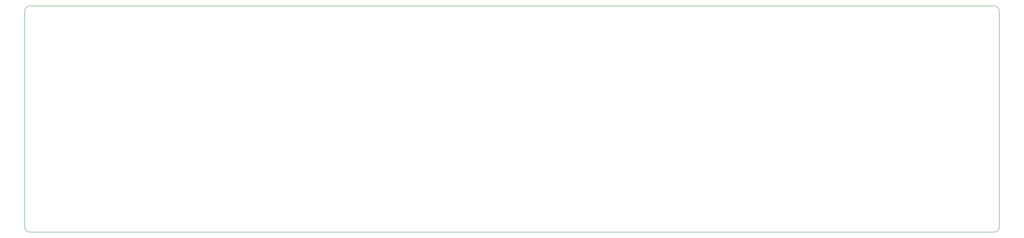
<source format=gbr>
G04 #@! TF.FileFunction,Profile,NP*
%FSLAX46Y46*%
G04 Gerber Fmt 4.6, Leading zero omitted, Abs format (unit mm)*
G04 Created by KiCad (PCBNEW 4.0.7) date 2018 June 19, Tuesday 20:07:00*
%MOMM*%
%LPD*%
G01*
G04 APERTURE LIST*
%ADD10C,0.100000*%
%ADD11C,0.150000*%
G04 APERTURE END LIST*
D10*
D11*
X40375000Y-166250000D02*
G75*
G03X42750000Y-168625000I2375000J0D01*
G01*
X40375000Y-163875000D02*
X40375000Y-166250000D01*
X45125000Y-168625000D02*
X42750000Y-168625000D01*
X42750000Y-73625000D02*
G75*
G03X40375000Y-76000000I0J-2375000D01*
G01*
X45125000Y-73625000D02*
X42750000Y-73625000D01*
X40375000Y-78375000D02*
X40375000Y-76000000D01*
X448875000Y-76000000D02*
G75*
G03X446500000Y-73625000I-2375000J0D01*
G01*
X448875000Y-78375000D02*
X448875000Y-76000000D01*
X444125000Y-73625000D02*
X446500000Y-73625000D01*
X446500000Y-168625000D02*
G75*
G03X448875000Y-166250000I0J2375000D01*
G01*
X444125000Y-168625000D02*
X446500000Y-168625000D01*
X448875000Y-163875000D02*
X448875000Y-166250000D01*
X444125000Y-168625000D02*
X45125000Y-168625000D01*
X448875000Y-78375000D02*
X448875000Y-163875000D01*
X45125000Y-73625000D02*
X444125000Y-73625000D01*
X40375000Y-163875000D02*
X40375000Y-78375000D01*
M02*

</source>
